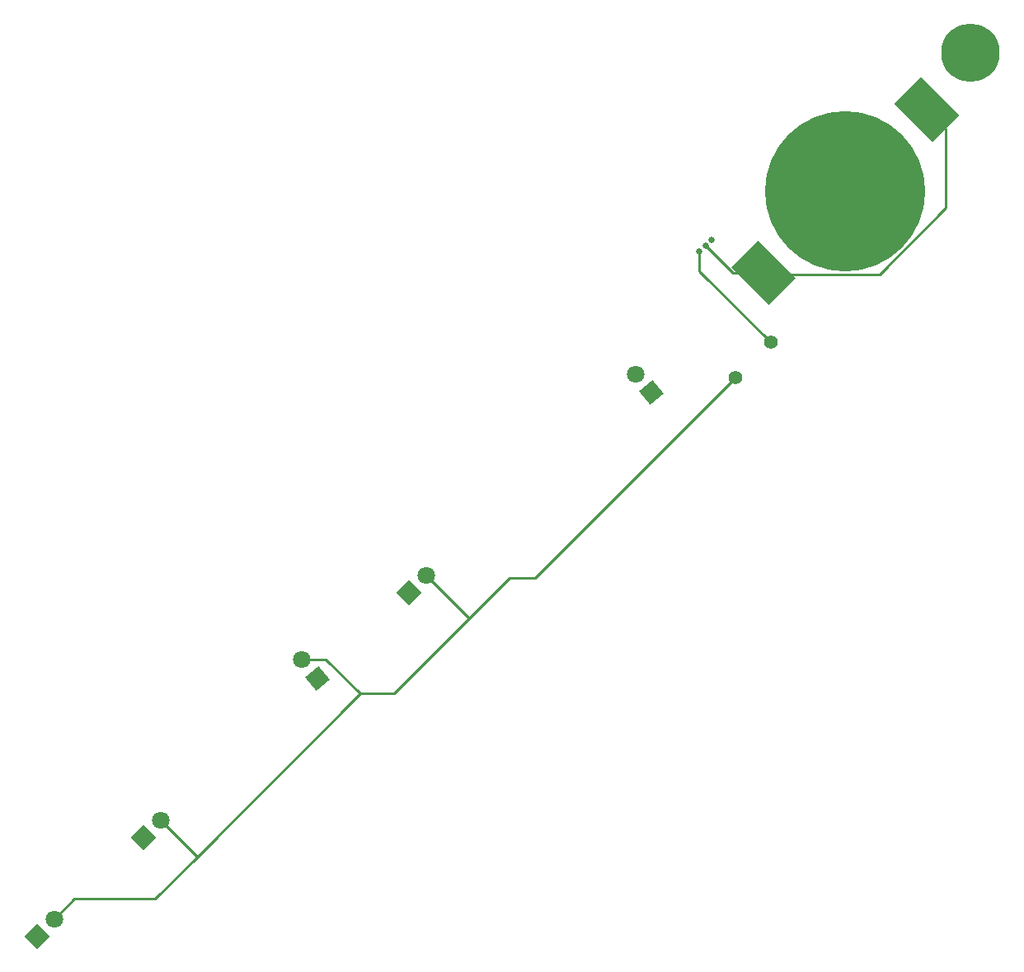
<source format=gbr>
%TF.GenerationSoftware,KiCad,Pcbnew,(6.0.1)*%
%TF.CreationDate,2022-06-23T19:30:41-05:00*%
%TF.ProjectId,toorcamp-sign-lts,746f6f72-6361-46d7-902d-7369676e2d6c,rev?*%
%TF.SameCoordinates,Original*%
%TF.FileFunction,Copper,L2,Bot*%
%TF.FilePolarity,Positive*%
%FSLAX46Y46*%
G04 Gerber Fmt 4.6, Leading zero omitted, Abs format (unit mm)*
G04 Created by KiCad (PCBNEW (6.0.1)) date 2022-06-23 19:30:41*
%MOMM*%
%LPD*%
G01*
G04 APERTURE LIST*
G04 Aperture macros list*
%AMHorizOval*
0 Thick line with rounded ends*
0 $1 width*
0 $2 $3 position (X,Y) of the first rounded end (center of the circle)*
0 $4 $5 position (X,Y) of the second rounded end (center of the circle)*
0 Add line between two ends*
20,1,$1,$2,$3,$4,$5,0*
0 Add two circle primitives to create the rounded ends*
1,1,$1,$2,$3*
1,1,$1,$4,$5*%
%AMRotRect*
0 Rectangle, with rotation*
0 The origin of the aperture is its center*
0 $1 length*
0 $2 width*
0 $3 Rotation angle, in degrees counterclockwise*
0 Add horizontal line*
21,1,$1,$2,0,0,$3*%
G04 Aperture macros list end*
%TA.AperFunction,ComponentPad*%
%ADD10C,6.000000*%
%TD*%
%TA.AperFunction,SMDPad,CuDef*%
%ADD11RotRect,3.857800X5.472400X45.000000*%
%TD*%
%TA.AperFunction,SMDPad,CuDef*%
%ADD12RotRect,3.908600X5.523200X45.000000*%
%TD*%
%TA.AperFunction,SMDPad,CuDef*%
%ADD13C,16.459512*%
%TD*%
%TA.AperFunction,ComponentPad*%
%ADD14C,1.400000*%
%TD*%
%TA.AperFunction,ComponentPad*%
%ADD15HorizOval,1.400000X0.000000X0.000000X0.000000X0.000000X0*%
%TD*%
%TA.AperFunction,ComponentPad*%
%ADD16RotRect,1.800000X1.800000X45.000000*%
%TD*%
%TA.AperFunction,ComponentPad*%
%ADD17C,1.800000*%
%TD*%
%TA.AperFunction,ComponentPad*%
%ADD18RotRect,1.800000X1.800000X130.000000*%
%TD*%
%TA.AperFunction,ComponentPad*%
%ADD19C,0.650000*%
%TD*%
%TA.AperFunction,ViaPad*%
%ADD20C,0.600000*%
%TD*%
%TA.AperFunction,Conductor*%
%ADD21C,0.250000*%
%TD*%
G04 APERTURE END LIST*
D10*
%TO.P,REF\u002A\u002A,*%
%TO.N,*%
X203276200Y-68275200D03*
%TD*%
D11*
%TO.P,BT1,1,+*%
%TO.N,Net-(BT1-Pad1)*%
X181998144Y-90935681D03*
D12*
X198834356Y-74099469D03*
D13*
%TO.P,BT1,2,-*%
%TO.N,GND*%
X190416250Y-82517575D03*
%TD*%
D14*
%TO.P,R1,1*%
%TO.N,Net-(R1-Pad1)*%
X182778400Y-98018600D03*
D15*
%TO.P,R1,2*%
%TO.N,VCC*%
X179186298Y-101610702D03*
%TD*%
D16*
%TO.P,D2,1,K*%
%TO.N,GND*%
X118331050Y-148887775D03*
D17*
%TO.P,D2,2,A*%
%TO.N,VCC*%
X120127101Y-147091724D03*
%TD*%
D16*
%TO.P,D5,1,K*%
%TO.N,GND*%
X107409050Y-159047775D03*
D17*
%TO.P,D5,2,A*%
%TO.N,VCC*%
X109205101Y-157251724D03*
%TD*%
D18*
%TO.P,D4,1,K*%
%TO.N,GND*%
X170553450Y-103218575D03*
D17*
%TO.P,D4,2,A*%
%TO.N,VCC*%
X168920769Y-101272822D03*
%TD*%
D16*
%TO.P,D1,1,K*%
%TO.N,GND*%
X145610650Y-123767175D03*
D17*
%TO.P,D1,2,A*%
%TO.N,VCC*%
X147406701Y-121971124D03*
%TD*%
D18*
%TO.P,D3,1,K*%
%TO.N,GND*%
X136270204Y-132516282D03*
D17*
%TO.P,D3,2,A*%
%TO.N,VCC*%
X134637523Y-130570529D03*
%TD*%
D19*
%TO.P,SW1,1,A*%
%TO.N,Net-(R1-Pad1)*%
X175461813Y-88713370D03*
%TO.P,SW1,2,B*%
%TO.N,Net-(BT1-Pad1)*%
X176072470Y-88102712D03*
%TO.P,SW1,3,C*%
%TO.N,unconnected-(SW1-Pad3)*%
X176683128Y-87492055D03*
%TD*%
D20*
%TO.N,GND*%
X195910200Y-87579200D03*
X185216800Y-77012800D03*
X195478400Y-77063600D03*
X185166000Y-87807800D03*
%TD*%
D21*
%TO.N,Net-(BT1-Pad1)*%
X178905439Y-90935681D02*
X176072470Y-88102712D01*
X193959544Y-91071842D02*
X182134305Y-91071842D01*
X181998144Y-90935681D02*
X178905439Y-90935681D01*
X200787102Y-84244284D02*
X193959544Y-91071842D01*
X198834356Y-74099469D02*
X200787102Y-76052215D01*
X182134305Y-91071842D02*
X181998144Y-90935681D01*
X200787102Y-76052215D02*
X200787102Y-84244284D01*
%TO.N,VCC*%
X140643049Y-134108751D02*
X123913900Y-150837900D01*
X123873277Y-150837900D02*
X123913900Y-150837900D01*
X158546800Y-122250200D02*
X155930600Y-122250200D01*
X144072049Y-134108751D02*
X140643049Y-134108751D01*
X137104827Y-130570529D02*
X140643049Y-134108751D01*
X134637523Y-130570529D02*
X137104827Y-130570529D01*
X151777700Y-126403100D02*
X144072049Y-134108751D01*
X120127101Y-147091724D02*
X123873277Y-150837900D01*
X151777700Y-126342123D02*
X151777700Y-126403100D01*
X111262825Y-155194000D02*
X109205101Y-157251724D01*
X155930600Y-122250200D02*
X151777700Y-126403100D01*
X147406701Y-121971124D02*
X151777700Y-126342123D01*
X179186298Y-101610702D02*
X158546800Y-122250200D01*
X119557800Y-155194000D02*
X111262825Y-155194000D01*
X123913900Y-150837900D02*
X119557800Y-155194000D01*
%TO.N,Net-(R1-Pad1)*%
X175461813Y-88713370D02*
X175461813Y-90702013D01*
X175461813Y-90702013D02*
X182778400Y-98018600D01*
%TD*%
M02*

</source>
